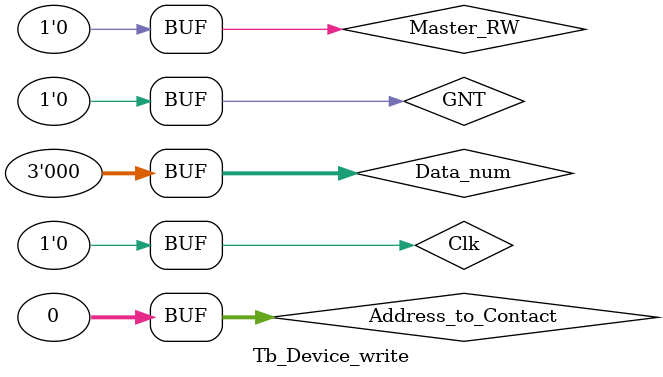
<source format=v>
`timescale 1ns / 1ps


module Tb_Device_write;

	// Inputs
	reg Clk;
	reg GNT;
	reg [2:0] Data_num;
	reg Master_RW;
	reg [31:0] Address_to_Contact;

	// Bidirs
	wire Req;
	wire Frame;
	wire IRDY;
	wire TRDY;
	wire [31:0] AD_Line;
	wire [3:0] C_BE;
	wire Dev_Sel;

	// Instantiate the Unit Under Test (UUT)
	Device uut (
		.Clk(Clk), 
		.GNT(GNT), 
		.Req(Req), 
		.Frame(Frame), 
		.IRDY(IRDY), 
		.TRDY(TRDY), 
		.AD_Line(AD_Line), 
		.C_BE(C_BE), 
		.Dev_Sel(Dev_Sel), 
		.Data_num(Data_num), 
		.Master_RW(Master_RW), 
		.Address_to_Contact(Address_to_Contact)
	);

	initial begin
		// Initialize Inputs
		Clk = 0;
		GNT = 0;
		Data_num = 0;
		Master_RW = 0;
		Address_to_Contact = 0;

		// Wait 100 ns for global reset to finish
		#100;
        
		// Add stimulus here

	end
      
endmodule


</source>
